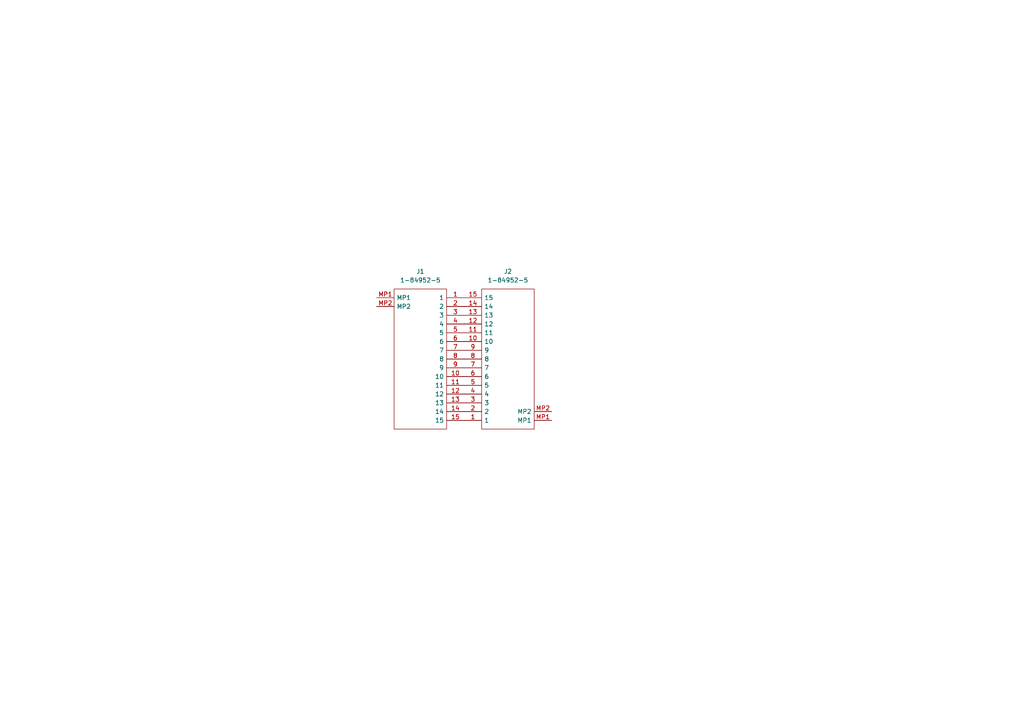
<source format=kicad_sch>
(kicad_sch (version 20211123) (generator eeschema)
  (paper "A4")
  (lib_symbols
    (symbol "1-84952-5:1-84952-5" (pin_names (offset 0.762))
      (property "Reference" "J" (at 21.59 7.62 0))
      (property "Value" "1-84952-5" (at 21.59 5.08 0))
      (symbol "1-84952-5_0_0"
        (pin passive line (at 25.4 0 180) (length 5.08) (name "1") (number "1"))
        (pin passive line (at 25.4 -22.86 180) (length 5.08) (name "10") (number "10"))
        (pin passive line (at 25.4 -25.4 180) (length 5.08) (name "11") (number "11"))
        (pin passive line (at 25.4 -27.94 180) (length 5.08) (name "12") (number "12"))
        (pin passive line (at 25.4 -30.48 180) (length 5.08) (name "13") (number "13"))
        (pin passive line (at 25.4 -33.02 180) (length 5.08) (name "14") (number "14"))
        (pin passive line (at 25.4 -35.56 180) (length 5.08) (name "15") (number "15"))
        (pin passive line (at 25.4 -2.54 180) (length 5.08) (name "2") (number "2"))
        (pin passive line (at 25.4 -5.08 180) (length 5.08) (name "3") (number "3"))
        (pin passive line (at 25.4 -7.62 180) (length 5.08) (name "4") (number "4"))
        (pin passive line (at 25.4 -10.16 180) (length 5.08) (name "5") (number "5"))
        (pin passive line (at 25.4 -12.7 180) (length 5.08) (name "6") (number "6"))
        (pin passive line (at 25.4 -15.24 180) (length 5.08) (name "7") (number "7"))
        (pin passive line (at 25.4 -17.78 180) (length 5.08) (name "8") (number "8"))
        (pin passive line (at 25.4 -20.32 180) (length 5.08) (name "9") (number "9"))
        (pin passive line (at 0 0 0) (length 5.08) (name "MP1") (number "MP1"))
        (pin passive line (at 0 -2.54 0) (length 5.08) (name "MP2") (number "MP2"))
      )
      (symbol "1-84952-5_0_1"
        (polyline (pts (xy 5.08 2.54) (xy 20.32 2.54) (xy 20.32 -38.1) (xy 5.08 -38.1) (xy 5.08 2.54)) (stroke (width 0.1524)))
      )
    )
  )
  (symbol (lib_id "1-84952-5:1-84952-5") (at 160.02 121.92 180) (unit 1)
    (property "Reference" "J2" (at 147.32 78.74 0))
    (property "Value" "1-84952-5" (at 147.32 81.28 0))
    (property "Footprint" "pretty:1849525" (effects hide))
    (property "Datasheet" "https://datasheet.datasheetarchive.com/originals/distributors/Datasheets_SAMA/2b17d88214b230a9ac6dbaafb3962f09.pdf" (effects hide))
    (property "Description" "FFC & FPC Connectors 15P 1MM FPC Horz Bottom Cont. Assy" (effects hide))
    (property "Height" "2.56" (effects hide))
    (property "Mouser Part Number" "571-1-84952-5" (effects hide))
    (property "Mouser Price/Stock" "https://www.mouser.co.uk/ProductDetail/TE-Connectivity/1-84952-5/?qs=uUkeXfjQ8uTcXVIsXQkRfw%3D%3D" (effects hide))
    (property "Manufacturer_Name" "TE Connectivity" (effects hide))
    (property "Manufacturer_Part_Number" "1-84952-5" (effects hide))
  )
  (symbol (lib_id "1-84952-5:1-84952-5") (at 109.22 86.36 0) (unit 1)
    (property "Reference" "J1" (at 121.92 78.74 0))
    (property "Value" "1-84952-5" (at 121.92 81.28 0))
    (property "Footprint" "pretty:1849525" (effects hide))
    (property "Datasheet" "https://datasheet.datasheetarchive.com/originals/distributors/Datasheets_SAMA/2b17d88214b230a9ac6dbaafb3962f09.pdf" (effects hide))
    (property "Description" "FFC & FPC Connectors 15P 1MM FPC Horz Bottom Cont. Assy" (effects hide))
    (property "Height" "2.56" (effects hide))
    (property "Mouser Part Number" "571-1-84952-5" (effects hide))
    (property "Mouser Price/Stock" "https://www.mouser.co.uk/ProductDetail/TE-Connectivity/1-84952-5/?qs=uUkeXfjQ8uTcXVIsXQkRfw%3D%3D" (effects hide))
    (property "Manufacturer_Name" "TE Connectivity" (effects hide))
    (property "Manufacturer_Part_Number" "1-84952-5" (effects hide))
  )
)
</source>
